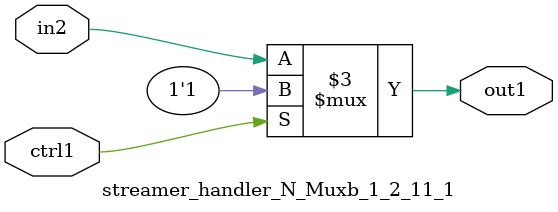
<source format=v>

`timescale 1ps / 1ps


module streamer_handler_N_Muxb_1_2_11_1( in2, ctrl1, out1 );

    input in2;
    input ctrl1;
    output out1;
    reg out1;

    
    // rtl_process:streamer_handler_N_Muxb_1_2_11_1/streamer_handler_N_Muxb_1_2_11_1_thread_1
    always @*
      begin : streamer_handler_N_Muxb_1_2_11_1_thread_1
        case (ctrl1) 
          1'b1: 
            begin
              out1 = 1'b1;
            end
          default: 
            begin
              out1 = in2;
            end
        endcase
      end

endmodule


</source>
